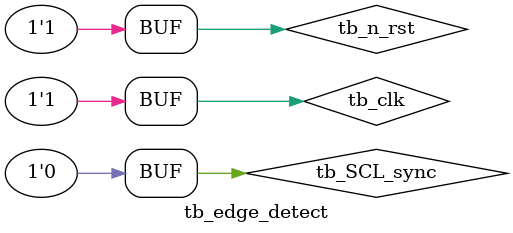
<source format=sv>

`timescale 1ns / 10ps

module tb_edge_detect();

	parameter CLK_PERIOD	= 10;
	parameter SCL_PERIOD    = 300;

  	reg tb_clk;
	reg tb_n_rst;
	reg tb_SCL_sync;
	reg tb_rising_edge;
	reg tb_falling_edge;
	
	edge_detect DUT
	(
		.clk(tb_clk),
		.n_rst(tb_n_rst),
		.SCL_sync(tb_SCL_sync),
		.rising_edge(tb_rising_edge),
		.falling_edge(tb_falling_edge)
	);
	
	
	always
	begin : CLK_GEN
		tb_clk = 1'b0;
		#(CLK_PERIOD / 2);
		tb_clk = 1'b1;
		#(CLK_PERIOD / 2);
	end
	
	
	always
	begin : SCL_GEN
	    tb_SCL_sync = 1'b0;
	    #(SCL_PERIOD / 3);
	    tb_SCL_sync = 1'b1;
	    #(SCL_PERIOD / 3); 
	    tb_SCL_sync = 1'b0;
	    #(SCL_PERIOD / 3);
	end	
	
	
	initial
	begin 
		tb_n_rst				= 1'b0;
		#0.1; 
		tb_n_rst = 1'b1;

	end 

   

endmodule

</source>
